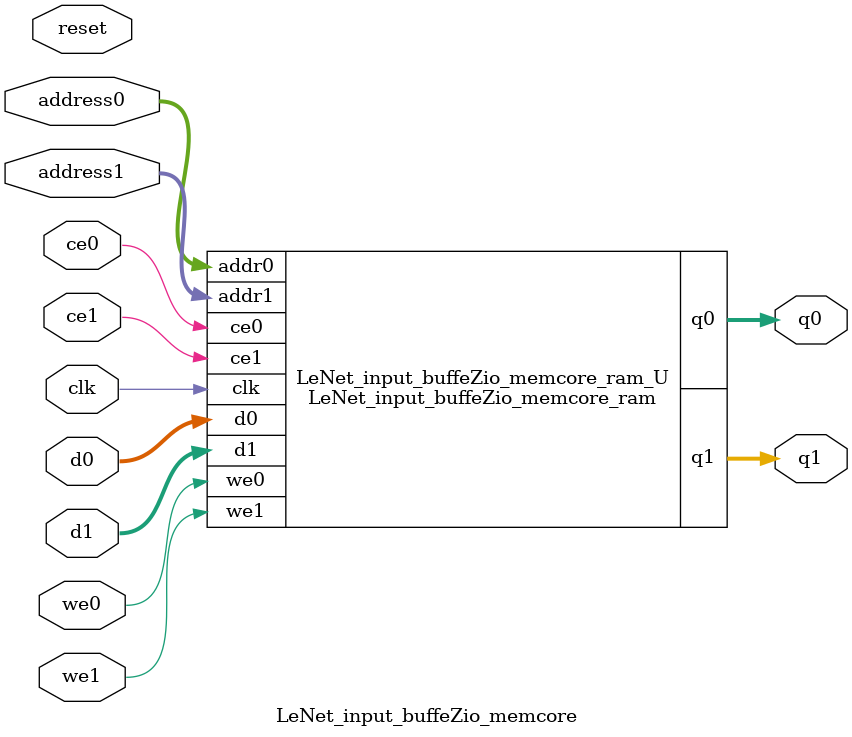
<source format=v>
`timescale 1 ns / 1 ps
module LeNet_input_buffeZio_memcore_ram (addr0, ce0, d0, we0, q0, addr1, ce1, d1, we1, q1,  clk);

parameter DWIDTH = 32;
parameter AWIDTH = 11;
parameter MEM_SIZE = 2048;

input[AWIDTH-1:0] addr0;
input ce0;
input[DWIDTH-1:0] d0;
input we0;
output reg[DWIDTH-1:0] q0;
input[AWIDTH-1:0] addr1;
input ce1;
input[DWIDTH-1:0] d1;
input we1;
output reg[DWIDTH-1:0] q1;
input clk;

(* ram_style = "block" *)reg [DWIDTH-1:0] ram[0:MEM_SIZE-1];




always @(posedge clk)  
begin 
    if (ce0) 
    begin
        if (we0) 
        begin 
            ram[addr0] <= d0; 
        end 
        q0 <= ram[addr0];
    end
end


always @(posedge clk)  
begin 
    if (ce1) 
    begin
        if (we1) 
        begin 
            ram[addr1] <= d1; 
        end 
        q1 <= ram[addr1];
    end
end


endmodule

`timescale 1 ns / 1 ps
module LeNet_input_buffeZio_memcore(
    reset,
    clk,
    address0,
    ce0,
    we0,
    d0,
    q0,
    address1,
    ce1,
    we1,
    d1,
    q1);

parameter DataWidth = 32'd32;
parameter AddressRange = 32'd2048;
parameter AddressWidth = 32'd11;
input reset;
input clk;
input[AddressWidth - 1:0] address0;
input ce0;
input we0;
input[DataWidth - 1:0] d0;
output[DataWidth - 1:0] q0;
input[AddressWidth - 1:0] address1;
input ce1;
input we1;
input[DataWidth - 1:0] d1;
output[DataWidth - 1:0] q1;



LeNet_input_buffeZio_memcore_ram LeNet_input_buffeZio_memcore_ram_U(
    .clk( clk ),
    .addr0( address0 ),
    .ce0( ce0 ),
    .we0( we0 ),
    .d0( d0 ),
    .q0( q0 ),
    .addr1( address1 ),
    .ce1( ce1 ),
    .we1( we1 ),
    .d1( d1 ),
    .q1( q1 ));

endmodule


</source>
